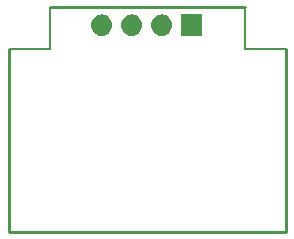
<source format=gbs>
G04 #@! TF.GenerationSoftware,KiCad,Pcbnew,(2018-02-15 revision 29b28de31)-makepkg*
G04 #@! TF.CreationDate,2018-04-28T16:50:53+09:30*
G04 #@! TF.ProjectId,short_oled_ssd1306,73686F72745F6F6C65645F7373643133,rev?*
G04 #@! TF.SameCoordinates,Original*
G04 #@! TF.FileFunction,Soldermask,Bot*
G04 #@! TF.FilePolarity,Negative*
%FSLAX46Y46*%
G04 Gerber Fmt 4.6, Leading zero omitted, Abs format (unit mm)*
G04 Created by KiCad (PCBNEW (2018-02-15 revision 29b28de31)-makepkg) date 04/28/18 16:50:53*
%MOMM*%
%LPD*%
G01*
G04 APERTURE LIST*
%ADD10C,0.200000*%
%ADD11C,0.254000*%
%ADD12C,0.100000*%
G04 APERTURE END LIST*
D10*
X199500000Y-131000000D02*
X203000000Y-131000000D01*
X199500000Y-127500000D02*
X199500000Y-131000000D01*
X183000000Y-131000000D02*
X183000000Y-127500000D01*
X179500000Y-131000000D02*
X183000000Y-131000000D01*
D11*
X179500000Y-131000000D02*
X179500000Y-146500000D01*
X203000000Y-131000000D02*
X203000000Y-146500000D01*
X183000000Y-127500000D02*
X199500000Y-127500000D01*
X179500000Y-146500000D02*
X203000000Y-146500000D01*
D12*
G36*
X195900800Y-129900800D02*
X194099200Y-129900800D01*
X194099200Y-128099200D01*
X195900800Y-128099200D01*
X195900800Y-129900800D01*
X195900800Y-129900800D01*
G37*
G36*
X192636588Y-128112234D02*
X192636591Y-128112235D01*
X192806388Y-128163742D01*
X192962880Y-128247389D01*
X193100044Y-128359956D01*
X193212611Y-128497120D01*
X193296258Y-128653612D01*
X193341875Y-128803992D01*
X193347766Y-128823412D01*
X193365158Y-129000000D01*
X193347766Y-129176588D01*
X193347765Y-129176591D01*
X193296258Y-129346388D01*
X193212611Y-129502880D01*
X193100044Y-129640044D01*
X192962880Y-129752611D01*
X192806388Y-129836258D01*
X192656008Y-129881875D01*
X192636588Y-129887766D01*
X192504249Y-129900800D01*
X192415751Y-129900800D01*
X192283412Y-129887766D01*
X192263992Y-129881875D01*
X192113612Y-129836258D01*
X191957120Y-129752611D01*
X191819956Y-129640044D01*
X191707389Y-129502880D01*
X191623742Y-129346388D01*
X191572235Y-129176591D01*
X191572234Y-129176588D01*
X191554842Y-129000000D01*
X191572234Y-128823412D01*
X191578125Y-128803992D01*
X191623742Y-128653612D01*
X191707389Y-128497120D01*
X191819956Y-128359956D01*
X191957120Y-128247389D01*
X192113612Y-128163742D01*
X192283409Y-128112235D01*
X192283412Y-128112234D01*
X192415751Y-128099200D01*
X192504249Y-128099200D01*
X192636588Y-128112234D01*
X192636588Y-128112234D01*
G37*
G36*
X190096588Y-128112234D02*
X190096591Y-128112235D01*
X190266388Y-128163742D01*
X190422880Y-128247389D01*
X190560044Y-128359956D01*
X190672611Y-128497120D01*
X190756258Y-128653612D01*
X190801875Y-128803992D01*
X190807766Y-128823412D01*
X190825158Y-129000000D01*
X190807766Y-129176588D01*
X190807765Y-129176591D01*
X190756258Y-129346388D01*
X190672611Y-129502880D01*
X190560044Y-129640044D01*
X190422880Y-129752611D01*
X190266388Y-129836258D01*
X190116008Y-129881875D01*
X190096588Y-129887766D01*
X189964249Y-129900800D01*
X189875751Y-129900800D01*
X189743412Y-129887766D01*
X189723992Y-129881875D01*
X189573612Y-129836258D01*
X189417120Y-129752611D01*
X189279956Y-129640044D01*
X189167389Y-129502880D01*
X189083742Y-129346388D01*
X189032235Y-129176591D01*
X189032234Y-129176588D01*
X189014842Y-129000000D01*
X189032234Y-128823412D01*
X189038125Y-128803992D01*
X189083742Y-128653612D01*
X189167389Y-128497120D01*
X189279956Y-128359956D01*
X189417120Y-128247389D01*
X189573612Y-128163742D01*
X189743409Y-128112235D01*
X189743412Y-128112234D01*
X189875751Y-128099200D01*
X189964249Y-128099200D01*
X190096588Y-128112234D01*
X190096588Y-128112234D01*
G37*
G36*
X187556588Y-128112234D02*
X187556591Y-128112235D01*
X187726388Y-128163742D01*
X187882880Y-128247389D01*
X188020044Y-128359956D01*
X188132611Y-128497120D01*
X188216258Y-128653612D01*
X188261875Y-128803992D01*
X188267766Y-128823412D01*
X188285158Y-129000000D01*
X188267766Y-129176588D01*
X188267765Y-129176591D01*
X188216258Y-129346388D01*
X188132611Y-129502880D01*
X188020044Y-129640044D01*
X187882880Y-129752611D01*
X187726388Y-129836258D01*
X187576008Y-129881875D01*
X187556588Y-129887766D01*
X187424249Y-129900800D01*
X187335751Y-129900800D01*
X187203412Y-129887766D01*
X187183992Y-129881875D01*
X187033612Y-129836258D01*
X186877120Y-129752611D01*
X186739956Y-129640044D01*
X186627389Y-129502880D01*
X186543742Y-129346388D01*
X186492235Y-129176591D01*
X186492234Y-129176588D01*
X186474842Y-129000000D01*
X186492234Y-128823412D01*
X186498125Y-128803992D01*
X186543742Y-128653612D01*
X186627389Y-128497120D01*
X186739956Y-128359956D01*
X186877120Y-128247389D01*
X187033612Y-128163742D01*
X187203409Y-128112235D01*
X187203412Y-128112234D01*
X187335751Y-128099200D01*
X187424249Y-128099200D01*
X187556588Y-128112234D01*
X187556588Y-128112234D01*
G37*
M02*

</source>
